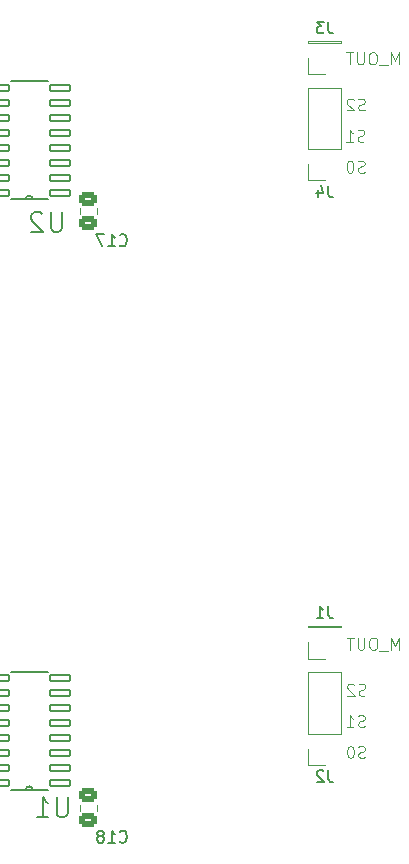
<source format=gbo>
%TF.GenerationSoftware,KiCad,Pcbnew,9.0.6*%
%TF.CreationDate,2025-11-15T09:42:16+01:00*%
%TF.ProjectId,mux_led_reed,6d75785f-6c65-4645-9f72-6565642e6b69,1*%
%TF.SameCoordinates,Original*%
%TF.FileFunction,Legend,Bot*%
%TF.FilePolarity,Positive*%
%FSLAX46Y46*%
G04 Gerber Fmt 4.6, Leading zero omitted, Abs format (unit mm)*
G04 Created by KiCad (PCBNEW 9.0.6) date 2025-11-15 09:42:16*
%MOMM*%
%LPD*%
G01*
G04 APERTURE LIST*
G04 Aperture macros list*
%AMRoundRect*
0 Rectangle with rounded corners*
0 $1 Rounding radius*
0 $2 $3 $4 $5 $6 $7 $8 $9 X,Y pos of 4 corners*
0 Add a 4 corners polygon primitive as box body*
4,1,4,$2,$3,$4,$5,$6,$7,$8,$9,$2,$3,0*
0 Add four circle primitives for the rounded corners*
1,1,$1+$1,$2,$3*
1,1,$1+$1,$4,$5*
1,1,$1+$1,$6,$7*
1,1,$1+$1,$8,$9*
0 Add four rect primitives between the rounded corners*
20,1,$1+$1,$2,$3,$4,$5,0*
20,1,$1+$1,$4,$5,$6,$7,0*
20,1,$1+$1,$6,$7,$8,$9,0*
20,1,$1+$1,$8,$9,$2,$3,0*%
G04 Aperture macros list end*
%ADD10C,0.100000*%
%ADD11C,0.150000*%
%ADD12C,0.120000*%
%ADD13C,0.152400*%
%ADD14C,1.800000*%
%ADD15R,1.700000X1.700000*%
%ADD16C,1.700000*%
%ADD17RoundRect,0.250000X-0.475000X0.337500X-0.475000X-0.337500X0.475000X-0.337500X0.475000X0.337500X0*%
%ADD18RoundRect,0.102000X-0.850900X-0.266700X0.850900X-0.266700X0.850900X0.266700X-0.850900X0.266700X0*%
G04 APERTURE END LIST*
D10*
X159022852Y-119209325D02*
X158879995Y-119256944D01*
X158879995Y-119256944D02*
X158641900Y-119256944D01*
X158641900Y-119256944D02*
X158546662Y-119209325D01*
X158546662Y-119209325D02*
X158499043Y-119161705D01*
X158499043Y-119161705D02*
X158451424Y-119066467D01*
X158451424Y-119066467D02*
X158451424Y-118971229D01*
X158451424Y-118971229D02*
X158499043Y-118875991D01*
X158499043Y-118875991D02*
X158546662Y-118828372D01*
X158546662Y-118828372D02*
X158641900Y-118780753D01*
X158641900Y-118780753D02*
X158832376Y-118733134D01*
X158832376Y-118733134D02*
X158927614Y-118685515D01*
X158927614Y-118685515D02*
X158975233Y-118637896D01*
X158975233Y-118637896D02*
X159022852Y-118542658D01*
X159022852Y-118542658D02*
X159022852Y-118447420D01*
X159022852Y-118447420D02*
X158975233Y-118352182D01*
X158975233Y-118352182D02*
X158927614Y-118304563D01*
X158927614Y-118304563D02*
X158832376Y-118256944D01*
X158832376Y-118256944D02*
X158594281Y-118256944D01*
X158594281Y-118256944D02*
X158451424Y-118304563D01*
X157499043Y-119256944D02*
X158070471Y-119256944D01*
X157784757Y-119256944D02*
X157784757Y-118256944D01*
X157784757Y-118256944D02*
X157879995Y-118399801D01*
X157879995Y-118399801D02*
X157975233Y-118495039D01*
X157975233Y-118495039D02*
X158070471Y-118542658D01*
X161901513Y-63135478D02*
X161901513Y-62135478D01*
X161901513Y-62135478D02*
X161568180Y-62849763D01*
X161568180Y-62849763D02*
X161234847Y-62135478D01*
X161234847Y-62135478D02*
X161234847Y-63135478D01*
X160996752Y-63230716D02*
X160234847Y-63230716D01*
X159806275Y-62135478D02*
X159615799Y-62135478D01*
X159615799Y-62135478D02*
X159520561Y-62183097D01*
X159520561Y-62183097D02*
X159425323Y-62278335D01*
X159425323Y-62278335D02*
X159377704Y-62468811D01*
X159377704Y-62468811D02*
X159377704Y-62802144D01*
X159377704Y-62802144D02*
X159425323Y-62992620D01*
X159425323Y-62992620D02*
X159520561Y-63087859D01*
X159520561Y-63087859D02*
X159615799Y-63135478D01*
X159615799Y-63135478D02*
X159806275Y-63135478D01*
X159806275Y-63135478D02*
X159901513Y-63087859D01*
X159901513Y-63087859D02*
X159996751Y-62992620D01*
X159996751Y-62992620D02*
X160044370Y-62802144D01*
X160044370Y-62802144D02*
X160044370Y-62468811D01*
X160044370Y-62468811D02*
X159996751Y-62278335D01*
X159996751Y-62278335D02*
X159901513Y-62183097D01*
X159901513Y-62183097D02*
X159806275Y-62135478D01*
X158949132Y-62135478D02*
X158949132Y-62945001D01*
X158949132Y-62945001D02*
X158901513Y-63040239D01*
X158901513Y-63040239D02*
X158853894Y-63087859D01*
X158853894Y-63087859D02*
X158758656Y-63135478D01*
X158758656Y-63135478D02*
X158568180Y-63135478D01*
X158568180Y-63135478D02*
X158472942Y-63087859D01*
X158472942Y-63087859D02*
X158425323Y-63040239D01*
X158425323Y-63040239D02*
X158377704Y-62945001D01*
X158377704Y-62945001D02*
X158377704Y-62135478D01*
X158044370Y-62135478D02*
X157472942Y-62135478D01*
X157758656Y-63135478D02*
X157758656Y-62135478D01*
X158984793Y-69649584D02*
X158841936Y-69697203D01*
X158841936Y-69697203D02*
X158603841Y-69697203D01*
X158603841Y-69697203D02*
X158508603Y-69649584D01*
X158508603Y-69649584D02*
X158460984Y-69601964D01*
X158460984Y-69601964D02*
X158413365Y-69506726D01*
X158413365Y-69506726D02*
X158413365Y-69411488D01*
X158413365Y-69411488D02*
X158460984Y-69316250D01*
X158460984Y-69316250D02*
X158508603Y-69268631D01*
X158508603Y-69268631D02*
X158603841Y-69221012D01*
X158603841Y-69221012D02*
X158794317Y-69173393D01*
X158794317Y-69173393D02*
X158889555Y-69125774D01*
X158889555Y-69125774D02*
X158937174Y-69078155D01*
X158937174Y-69078155D02*
X158984793Y-68982917D01*
X158984793Y-68982917D02*
X158984793Y-68887679D01*
X158984793Y-68887679D02*
X158937174Y-68792441D01*
X158937174Y-68792441D02*
X158889555Y-68744822D01*
X158889555Y-68744822D02*
X158794317Y-68697203D01*
X158794317Y-68697203D02*
X158556222Y-68697203D01*
X158556222Y-68697203D02*
X158413365Y-68744822D01*
X157460984Y-69697203D02*
X158032412Y-69697203D01*
X157746698Y-69697203D02*
X157746698Y-68697203D01*
X157746698Y-68697203D02*
X157841936Y-68840060D01*
X157841936Y-68840060D02*
X157937174Y-68935298D01*
X157937174Y-68935298D02*
X158032412Y-68982917D01*
X159009005Y-72264464D02*
X158866148Y-72312083D01*
X158866148Y-72312083D02*
X158628053Y-72312083D01*
X158628053Y-72312083D02*
X158532815Y-72264464D01*
X158532815Y-72264464D02*
X158485196Y-72216844D01*
X158485196Y-72216844D02*
X158437577Y-72121606D01*
X158437577Y-72121606D02*
X158437577Y-72026368D01*
X158437577Y-72026368D02*
X158485196Y-71931130D01*
X158485196Y-71931130D02*
X158532815Y-71883511D01*
X158532815Y-71883511D02*
X158628053Y-71835892D01*
X158628053Y-71835892D02*
X158818529Y-71788273D01*
X158818529Y-71788273D02*
X158913767Y-71740654D01*
X158913767Y-71740654D02*
X158961386Y-71693035D01*
X158961386Y-71693035D02*
X159009005Y-71597797D01*
X159009005Y-71597797D02*
X159009005Y-71502559D01*
X159009005Y-71502559D02*
X158961386Y-71407321D01*
X158961386Y-71407321D02*
X158913767Y-71359702D01*
X158913767Y-71359702D02*
X158818529Y-71312083D01*
X158818529Y-71312083D02*
X158580434Y-71312083D01*
X158580434Y-71312083D02*
X158437577Y-71359702D01*
X157818529Y-71312083D02*
X157723291Y-71312083D01*
X157723291Y-71312083D02*
X157628053Y-71359702D01*
X157628053Y-71359702D02*
X157580434Y-71407321D01*
X157580434Y-71407321D02*
X157532815Y-71502559D01*
X157532815Y-71502559D02*
X157485196Y-71693035D01*
X157485196Y-71693035D02*
X157485196Y-71931130D01*
X157485196Y-71931130D02*
X157532815Y-72121606D01*
X157532815Y-72121606D02*
X157580434Y-72216844D01*
X157580434Y-72216844D02*
X157628053Y-72264464D01*
X157628053Y-72264464D02*
X157723291Y-72312083D01*
X157723291Y-72312083D02*
X157818529Y-72312083D01*
X157818529Y-72312083D02*
X157913767Y-72264464D01*
X157913767Y-72264464D02*
X157961386Y-72216844D01*
X157961386Y-72216844D02*
X158009005Y-72121606D01*
X158009005Y-72121606D02*
X158056624Y-71931130D01*
X158056624Y-71931130D02*
X158056624Y-71693035D01*
X158056624Y-71693035D02*
X158009005Y-71502559D01*
X158009005Y-71502559D02*
X157961386Y-71407321D01*
X157961386Y-71407321D02*
X157913767Y-71359702D01*
X157913767Y-71359702D02*
X157818529Y-71312083D01*
X159033216Y-66998243D02*
X158890359Y-67045862D01*
X158890359Y-67045862D02*
X158652264Y-67045862D01*
X158652264Y-67045862D02*
X158557026Y-66998243D01*
X158557026Y-66998243D02*
X158509407Y-66950623D01*
X158509407Y-66950623D02*
X158461788Y-66855385D01*
X158461788Y-66855385D02*
X158461788Y-66760147D01*
X158461788Y-66760147D02*
X158509407Y-66664909D01*
X158509407Y-66664909D02*
X158557026Y-66617290D01*
X158557026Y-66617290D02*
X158652264Y-66569671D01*
X158652264Y-66569671D02*
X158842740Y-66522052D01*
X158842740Y-66522052D02*
X158937978Y-66474433D01*
X158937978Y-66474433D02*
X158985597Y-66426814D01*
X158985597Y-66426814D02*
X159033216Y-66331576D01*
X159033216Y-66331576D02*
X159033216Y-66236338D01*
X159033216Y-66236338D02*
X158985597Y-66141100D01*
X158985597Y-66141100D02*
X158937978Y-66093481D01*
X158937978Y-66093481D02*
X158842740Y-66045862D01*
X158842740Y-66045862D02*
X158604645Y-66045862D01*
X158604645Y-66045862D02*
X158461788Y-66093481D01*
X158080835Y-66141100D02*
X158033216Y-66093481D01*
X158033216Y-66093481D02*
X157937978Y-66045862D01*
X157937978Y-66045862D02*
X157699883Y-66045862D01*
X157699883Y-66045862D02*
X157604645Y-66093481D01*
X157604645Y-66093481D02*
X157557026Y-66141100D01*
X157557026Y-66141100D02*
X157509407Y-66236338D01*
X157509407Y-66236338D02*
X157509407Y-66331576D01*
X157509407Y-66331576D02*
X157557026Y-66474433D01*
X157557026Y-66474433D02*
X158128454Y-67045862D01*
X158128454Y-67045862D02*
X157509407Y-67045862D01*
X159047064Y-121824205D02*
X158904207Y-121871824D01*
X158904207Y-121871824D02*
X158666112Y-121871824D01*
X158666112Y-121871824D02*
X158570874Y-121824205D01*
X158570874Y-121824205D02*
X158523255Y-121776585D01*
X158523255Y-121776585D02*
X158475636Y-121681347D01*
X158475636Y-121681347D02*
X158475636Y-121586109D01*
X158475636Y-121586109D02*
X158523255Y-121490871D01*
X158523255Y-121490871D02*
X158570874Y-121443252D01*
X158570874Y-121443252D02*
X158666112Y-121395633D01*
X158666112Y-121395633D02*
X158856588Y-121348014D01*
X158856588Y-121348014D02*
X158951826Y-121300395D01*
X158951826Y-121300395D02*
X158999445Y-121252776D01*
X158999445Y-121252776D02*
X159047064Y-121157538D01*
X159047064Y-121157538D02*
X159047064Y-121062300D01*
X159047064Y-121062300D02*
X158999445Y-120967062D01*
X158999445Y-120967062D02*
X158951826Y-120919443D01*
X158951826Y-120919443D02*
X158856588Y-120871824D01*
X158856588Y-120871824D02*
X158618493Y-120871824D01*
X158618493Y-120871824D02*
X158475636Y-120919443D01*
X157856588Y-120871824D02*
X157761350Y-120871824D01*
X157761350Y-120871824D02*
X157666112Y-120919443D01*
X157666112Y-120919443D02*
X157618493Y-120967062D01*
X157618493Y-120967062D02*
X157570874Y-121062300D01*
X157570874Y-121062300D02*
X157523255Y-121252776D01*
X157523255Y-121252776D02*
X157523255Y-121490871D01*
X157523255Y-121490871D02*
X157570874Y-121681347D01*
X157570874Y-121681347D02*
X157618493Y-121776585D01*
X157618493Y-121776585D02*
X157666112Y-121824205D01*
X157666112Y-121824205D02*
X157761350Y-121871824D01*
X157761350Y-121871824D02*
X157856588Y-121871824D01*
X157856588Y-121871824D02*
X157951826Y-121824205D01*
X157951826Y-121824205D02*
X157999445Y-121776585D01*
X157999445Y-121776585D02*
X158047064Y-121681347D01*
X158047064Y-121681347D02*
X158094683Y-121490871D01*
X158094683Y-121490871D02*
X158094683Y-121252776D01*
X158094683Y-121252776D02*
X158047064Y-121062300D01*
X158047064Y-121062300D02*
X157999445Y-120967062D01*
X157999445Y-120967062D02*
X157951826Y-120919443D01*
X157951826Y-120919443D02*
X157856588Y-120871824D01*
X161939572Y-112695219D02*
X161939572Y-111695219D01*
X161939572Y-111695219D02*
X161606239Y-112409504D01*
X161606239Y-112409504D02*
X161272906Y-111695219D01*
X161272906Y-111695219D02*
X161272906Y-112695219D01*
X161034811Y-112790457D02*
X160272906Y-112790457D01*
X159844334Y-111695219D02*
X159653858Y-111695219D01*
X159653858Y-111695219D02*
X159558620Y-111742838D01*
X159558620Y-111742838D02*
X159463382Y-111838076D01*
X159463382Y-111838076D02*
X159415763Y-112028552D01*
X159415763Y-112028552D02*
X159415763Y-112361885D01*
X159415763Y-112361885D02*
X159463382Y-112552361D01*
X159463382Y-112552361D02*
X159558620Y-112647600D01*
X159558620Y-112647600D02*
X159653858Y-112695219D01*
X159653858Y-112695219D02*
X159844334Y-112695219D01*
X159844334Y-112695219D02*
X159939572Y-112647600D01*
X159939572Y-112647600D02*
X160034810Y-112552361D01*
X160034810Y-112552361D02*
X160082429Y-112361885D01*
X160082429Y-112361885D02*
X160082429Y-112028552D01*
X160082429Y-112028552D02*
X160034810Y-111838076D01*
X160034810Y-111838076D02*
X159939572Y-111742838D01*
X159939572Y-111742838D02*
X159844334Y-111695219D01*
X158987191Y-111695219D02*
X158987191Y-112504742D01*
X158987191Y-112504742D02*
X158939572Y-112599980D01*
X158939572Y-112599980D02*
X158891953Y-112647600D01*
X158891953Y-112647600D02*
X158796715Y-112695219D01*
X158796715Y-112695219D02*
X158606239Y-112695219D01*
X158606239Y-112695219D02*
X158511001Y-112647600D01*
X158511001Y-112647600D02*
X158463382Y-112599980D01*
X158463382Y-112599980D02*
X158415763Y-112504742D01*
X158415763Y-112504742D02*
X158415763Y-111695219D01*
X158082429Y-111695219D02*
X157511001Y-111695219D01*
X157796715Y-112695219D02*
X157796715Y-111695219D01*
X159071275Y-116557984D02*
X158928418Y-116605603D01*
X158928418Y-116605603D02*
X158690323Y-116605603D01*
X158690323Y-116605603D02*
X158595085Y-116557984D01*
X158595085Y-116557984D02*
X158547466Y-116510364D01*
X158547466Y-116510364D02*
X158499847Y-116415126D01*
X158499847Y-116415126D02*
X158499847Y-116319888D01*
X158499847Y-116319888D02*
X158547466Y-116224650D01*
X158547466Y-116224650D02*
X158595085Y-116177031D01*
X158595085Y-116177031D02*
X158690323Y-116129412D01*
X158690323Y-116129412D02*
X158880799Y-116081793D01*
X158880799Y-116081793D02*
X158976037Y-116034174D01*
X158976037Y-116034174D02*
X159023656Y-115986555D01*
X159023656Y-115986555D02*
X159071275Y-115891317D01*
X159071275Y-115891317D02*
X159071275Y-115796079D01*
X159071275Y-115796079D02*
X159023656Y-115700841D01*
X159023656Y-115700841D02*
X158976037Y-115653222D01*
X158976037Y-115653222D02*
X158880799Y-115605603D01*
X158880799Y-115605603D02*
X158642704Y-115605603D01*
X158642704Y-115605603D02*
X158499847Y-115653222D01*
X158118894Y-115700841D02*
X158071275Y-115653222D01*
X158071275Y-115653222D02*
X157976037Y-115605603D01*
X157976037Y-115605603D02*
X157737942Y-115605603D01*
X157737942Y-115605603D02*
X157642704Y-115653222D01*
X157642704Y-115653222D02*
X157595085Y-115700841D01*
X157595085Y-115700841D02*
X157547466Y-115796079D01*
X157547466Y-115796079D02*
X157547466Y-115891317D01*
X157547466Y-115891317D02*
X157595085Y-116034174D01*
X157595085Y-116034174D02*
X158166513Y-116605603D01*
X158166513Y-116605603D02*
X157547466Y-116605603D01*
D11*
X138262857Y-128939580D02*
X138310476Y-128987200D01*
X138310476Y-128987200D02*
X138453333Y-129034819D01*
X138453333Y-129034819D02*
X138548571Y-129034819D01*
X138548571Y-129034819D02*
X138691428Y-128987200D01*
X138691428Y-128987200D02*
X138786666Y-128891961D01*
X138786666Y-128891961D02*
X138834285Y-128796723D01*
X138834285Y-128796723D02*
X138881904Y-128606247D01*
X138881904Y-128606247D02*
X138881904Y-128463390D01*
X138881904Y-128463390D02*
X138834285Y-128272914D01*
X138834285Y-128272914D02*
X138786666Y-128177676D01*
X138786666Y-128177676D02*
X138691428Y-128082438D01*
X138691428Y-128082438D02*
X138548571Y-128034819D01*
X138548571Y-128034819D02*
X138453333Y-128034819D01*
X138453333Y-128034819D02*
X138310476Y-128082438D01*
X138310476Y-128082438D02*
X138262857Y-128130057D01*
X137310476Y-129034819D02*
X137881904Y-129034819D01*
X137596190Y-129034819D02*
X137596190Y-128034819D01*
X137596190Y-128034819D02*
X137691428Y-128177676D01*
X137691428Y-128177676D02*
X137786666Y-128272914D01*
X137786666Y-128272914D02*
X137881904Y-128320533D01*
X136739047Y-128463390D02*
X136834285Y-128415771D01*
X136834285Y-128415771D02*
X136881904Y-128368152D01*
X136881904Y-128368152D02*
X136929523Y-128272914D01*
X136929523Y-128272914D02*
X136929523Y-128225295D01*
X136929523Y-128225295D02*
X136881904Y-128130057D01*
X136881904Y-128130057D02*
X136834285Y-128082438D01*
X136834285Y-128082438D02*
X136739047Y-128034819D01*
X136739047Y-128034819D02*
X136548571Y-128034819D01*
X136548571Y-128034819D02*
X136453333Y-128082438D01*
X136453333Y-128082438D02*
X136405714Y-128130057D01*
X136405714Y-128130057D02*
X136358095Y-128225295D01*
X136358095Y-128225295D02*
X136358095Y-128272914D01*
X136358095Y-128272914D02*
X136405714Y-128368152D01*
X136405714Y-128368152D02*
X136453333Y-128415771D01*
X136453333Y-128415771D02*
X136548571Y-128463390D01*
X136548571Y-128463390D02*
X136739047Y-128463390D01*
X136739047Y-128463390D02*
X136834285Y-128511009D01*
X136834285Y-128511009D02*
X136881904Y-128558628D01*
X136881904Y-128558628D02*
X136929523Y-128653866D01*
X136929523Y-128653866D02*
X136929523Y-128844342D01*
X136929523Y-128844342D02*
X136881904Y-128939580D01*
X136881904Y-128939580D02*
X136834285Y-128987200D01*
X136834285Y-128987200D02*
X136739047Y-129034819D01*
X136739047Y-129034819D02*
X136548571Y-129034819D01*
X136548571Y-129034819D02*
X136453333Y-128987200D01*
X136453333Y-128987200D02*
X136405714Y-128939580D01*
X136405714Y-128939580D02*
X136358095Y-128844342D01*
X136358095Y-128844342D02*
X136358095Y-128653866D01*
X136358095Y-128653866D02*
X136405714Y-128558628D01*
X136405714Y-128558628D02*
X136453333Y-128511009D01*
X136453333Y-128511009D02*
X136548571Y-128463390D01*
X155953333Y-109034819D02*
X155953333Y-109749104D01*
X155953333Y-109749104D02*
X156000952Y-109891961D01*
X156000952Y-109891961D02*
X156096190Y-109987200D01*
X156096190Y-109987200D02*
X156239047Y-110034819D01*
X156239047Y-110034819D02*
X156334285Y-110034819D01*
X154953333Y-110034819D02*
X155524761Y-110034819D01*
X155239047Y-110034819D02*
X155239047Y-109034819D01*
X155239047Y-109034819D02*
X155334285Y-109177676D01*
X155334285Y-109177676D02*
X155429523Y-109272914D01*
X155429523Y-109272914D02*
X155524761Y-109320533D01*
X133870381Y-125190290D02*
X133870381Y-126518821D01*
X133870381Y-126518821D02*
X133792232Y-126675119D01*
X133792232Y-126675119D02*
X133714084Y-126753268D01*
X133714084Y-126753268D02*
X133557786Y-126831416D01*
X133557786Y-126831416D02*
X133245190Y-126831416D01*
X133245190Y-126831416D02*
X133088893Y-126753268D01*
X133088893Y-126753268D02*
X133010744Y-126675119D01*
X133010744Y-126675119D02*
X132932595Y-126518821D01*
X132932595Y-126518821D02*
X132932595Y-125190290D01*
X131291469Y-126831416D02*
X132229255Y-126831416D01*
X131760362Y-126831416D02*
X131760362Y-125190290D01*
X131760362Y-125190290D02*
X131916660Y-125424737D01*
X131916660Y-125424737D02*
X132072957Y-125581035D01*
X132072957Y-125581035D02*
X132229255Y-125659184D01*
X138262857Y-78439580D02*
X138310476Y-78487200D01*
X138310476Y-78487200D02*
X138453333Y-78534819D01*
X138453333Y-78534819D02*
X138548571Y-78534819D01*
X138548571Y-78534819D02*
X138691428Y-78487200D01*
X138691428Y-78487200D02*
X138786666Y-78391961D01*
X138786666Y-78391961D02*
X138834285Y-78296723D01*
X138834285Y-78296723D02*
X138881904Y-78106247D01*
X138881904Y-78106247D02*
X138881904Y-77963390D01*
X138881904Y-77963390D02*
X138834285Y-77772914D01*
X138834285Y-77772914D02*
X138786666Y-77677676D01*
X138786666Y-77677676D02*
X138691428Y-77582438D01*
X138691428Y-77582438D02*
X138548571Y-77534819D01*
X138548571Y-77534819D02*
X138453333Y-77534819D01*
X138453333Y-77534819D02*
X138310476Y-77582438D01*
X138310476Y-77582438D02*
X138262857Y-77630057D01*
X137310476Y-78534819D02*
X137881904Y-78534819D01*
X137596190Y-78534819D02*
X137596190Y-77534819D01*
X137596190Y-77534819D02*
X137691428Y-77677676D01*
X137691428Y-77677676D02*
X137786666Y-77772914D01*
X137786666Y-77772914D02*
X137881904Y-77820533D01*
X136977142Y-77534819D02*
X136310476Y-77534819D01*
X136310476Y-77534819D02*
X136739047Y-78534819D01*
X155953333Y-122914819D02*
X155953333Y-123629104D01*
X155953333Y-123629104D02*
X156000952Y-123771961D01*
X156000952Y-123771961D02*
X156096190Y-123867200D01*
X156096190Y-123867200D02*
X156239047Y-123914819D01*
X156239047Y-123914819D02*
X156334285Y-123914819D01*
X155524761Y-123010057D02*
X155477142Y-122962438D01*
X155477142Y-122962438D02*
X155381904Y-122914819D01*
X155381904Y-122914819D02*
X155143809Y-122914819D01*
X155143809Y-122914819D02*
X155048571Y-122962438D01*
X155048571Y-122962438D02*
X155000952Y-123010057D01*
X155000952Y-123010057D02*
X154953333Y-123105295D01*
X154953333Y-123105295D02*
X154953333Y-123200533D01*
X154953333Y-123200533D02*
X155000952Y-123343390D01*
X155000952Y-123343390D02*
X155572380Y-123914819D01*
X155572380Y-123914819D02*
X154953333Y-123914819D01*
X155953333Y-73414819D02*
X155953333Y-74129104D01*
X155953333Y-74129104D02*
X156000952Y-74271961D01*
X156000952Y-74271961D02*
X156096190Y-74367200D01*
X156096190Y-74367200D02*
X156239047Y-74414819D01*
X156239047Y-74414819D02*
X156334285Y-74414819D01*
X155048571Y-73748152D02*
X155048571Y-74414819D01*
X155286666Y-73367200D02*
X155524761Y-74081485D01*
X155524761Y-74081485D02*
X154905714Y-74081485D01*
X155953333Y-59534819D02*
X155953333Y-60249104D01*
X155953333Y-60249104D02*
X156000952Y-60391961D01*
X156000952Y-60391961D02*
X156096190Y-60487200D01*
X156096190Y-60487200D02*
X156239047Y-60534819D01*
X156239047Y-60534819D02*
X156334285Y-60534819D01*
X155572380Y-59534819D02*
X154953333Y-59534819D01*
X154953333Y-59534819D02*
X155286666Y-59915771D01*
X155286666Y-59915771D02*
X155143809Y-59915771D01*
X155143809Y-59915771D02*
X155048571Y-59963390D01*
X155048571Y-59963390D02*
X155000952Y-60011009D01*
X155000952Y-60011009D02*
X154953333Y-60106247D01*
X154953333Y-60106247D02*
X154953333Y-60344342D01*
X154953333Y-60344342D02*
X155000952Y-60439580D01*
X155000952Y-60439580D02*
X155048571Y-60487200D01*
X155048571Y-60487200D02*
X155143809Y-60534819D01*
X155143809Y-60534819D02*
X155429523Y-60534819D01*
X155429523Y-60534819D02*
X155524761Y-60487200D01*
X155524761Y-60487200D02*
X155572380Y-60439580D01*
X133370381Y-75690290D02*
X133370381Y-77018821D01*
X133370381Y-77018821D02*
X133292232Y-77175119D01*
X133292232Y-77175119D02*
X133214084Y-77253268D01*
X133214084Y-77253268D02*
X133057786Y-77331416D01*
X133057786Y-77331416D02*
X132745190Y-77331416D01*
X132745190Y-77331416D02*
X132588893Y-77253268D01*
X132588893Y-77253268D02*
X132510744Y-77175119D01*
X132510744Y-77175119D02*
X132432595Y-77018821D01*
X132432595Y-77018821D02*
X132432595Y-75690290D01*
X131729255Y-75846588D02*
X131651106Y-75768439D01*
X131651106Y-75768439D02*
X131494809Y-75690290D01*
X131494809Y-75690290D02*
X131104064Y-75690290D01*
X131104064Y-75690290D02*
X130947767Y-75768439D01*
X130947767Y-75768439D02*
X130869618Y-75846588D01*
X130869618Y-75846588D02*
X130791469Y-76002886D01*
X130791469Y-76002886D02*
X130791469Y-76159184D01*
X130791469Y-76159184D02*
X130869618Y-76393630D01*
X130869618Y-76393630D02*
X131807404Y-77331416D01*
X131807404Y-77331416D02*
X130791469Y-77331416D01*
D12*
%TO.C,C18*%
X134885000Y-125818748D02*
X134885000Y-126341252D01*
X136355000Y-125818748D02*
X136355000Y-126341252D01*
%TO.C,J1*%
X154240000Y-110700000D02*
X157000000Y-110700000D01*
X154240000Y-110810000D02*
X154240000Y-110700000D01*
X154240000Y-110810000D02*
X157000000Y-110810000D01*
X154240000Y-112080000D02*
X154240000Y-113460000D01*
X154240000Y-113460000D02*
X155620000Y-113460000D01*
X157000000Y-110810000D02*
X157000000Y-110700000D01*
D13*
%TO.C,U1*%
X129045200Y-114576200D02*
X132194800Y-114576200D01*
X130315200Y-124583800D02*
X129045200Y-124583800D01*
X130924800Y-124583800D02*
X130315200Y-124583800D01*
X132194800Y-124583800D02*
X130924800Y-124583800D01*
X130315200Y-124583800D02*
G75*
G02*
X130924800Y-124583800I304800J0D01*
G01*
D12*
%TO.C,C17*%
X134885000Y-75318748D02*
X134885000Y-75841252D01*
X136355000Y-75318748D02*
X136355000Y-75841252D01*
%TO.C,J2*%
X154240000Y-114620000D02*
X157000000Y-114620000D01*
X154240000Y-119810000D02*
X154240000Y-114620000D01*
X154240000Y-119810000D02*
X157000000Y-119810000D01*
X154240000Y-121080000D02*
X154240000Y-122460000D01*
X154240000Y-122460000D02*
X155620000Y-122460000D01*
X157000000Y-119810000D02*
X157000000Y-114620000D01*
%TO.C,J4*%
X154240000Y-65120000D02*
X157000000Y-65120000D01*
X154240000Y-70310000D02*
X154240000Y-65120000D01*
X154240000Y-70310000D02*
X157000000Y-70310000D01*
X154240000Y-71580000D02*
X154240000Y-72960000D01*
X154240000Y-72960000D02*
X155620000Y-72960000D01*
X157000000Y-70310000D02*
X157000000Y-65120000D01*
%TO.C,J3*%
X154240000Y-61200000D02*
X157000000Y-61200000D01*
X154240000Y-61310000D02*
X154240000Y-61200000D01*
X154240000Y-61310000D02*
X157000000Y-61310000D01*
X154240000Y-62580000D02*
X154240000Y-63960000D01*
X154240000Y-63960000D02*
X155620000Y-63960000D01*
X157000000Y-61310000D02*
X157000000Y-61200000D01*
D13*
%TO.C,U2*%
X129045200Y-64576200D02*
X132194800Y-64576200D01*
X130315200Y-74583800D02*
X129045200Y-74583800D01*
X130924800Y-74583800D02*
X130315200Y-74583800D01*
X132194800Y-74583800D02*
X130924800Y-74583800D01*
X130315200Y-74583800D02*
G75*
G02*
X130924800Y-74583800I304800J0D01*
G01*
%TD*%
%LPC*%
D14*
%TO.C,SW9*%
X93120000Y-75080000D03*
X93120000Y-89080000D03*
%TD*%
%TO.C,SW15*%
X118120000Y-64080000D03*
X118120000Y-50080000D03*
%TD*%
D15*
%TO.C,J6*%
X161100000Y-140360000D03*
D16*
X158560000Y-140360000D03*
X156020000Y-140360000D03*
X153480000Y-140360000D03*
%TD*%
D14*
%TO.C,SW3*%
X143120000Y-125080000D03*
X143120000Y-139080000D03*
%TD*%
D15*
%TO.C,J8*%
X136140000Y-48820000D03*
D16*
X133600000Y-48820000D03*
X131060000Y-48820000D03*
X128520000Y-48820000D03*
%TD*%
D14*
%TO.C,SW1*%
X93120000Y-125080000D03*
X93120000Y-139080000D03*
%TD*%
%TO.C,SW14*%
X143120000Y-64080000D03*
X143120000Y-50080000D03*
%TD*%
D15*
%TO.C,J11*%
X176420000Y-73400000D03*
D16*
X176420000Y-70860000D03*
X176420000Y-68320000D03*
X176420000Y-65780000D03*
%TD*%
D14*
%TO.C,SW5*%
X168120000Y-114080000D03*
X168120000Y-100080000D03*
%TD*%
D15*
%TO.C,J10*%
X84820000Y-98400000D03*
D16*
X84820000Y-95860000D03*
X84820000Y-93320000D03*
X84820000Y-90780000D03*
%TD*%
D14*
%TO.C,SW10*%
X118120000Y-75080000D03*
X118120000Y-89080000D03*
%TD*%
%TO.C,SW2*%
X118120000Y-125080000D03*
X118120000Y-139080000D03*
%TD*%
%TO.C,SW16*%
X93120000Y-64080000D03*
X93120000Y-50080000D03*
%TD*%
D15*
%TO.C,J5*%
X136140000Y-140370000D03*
D16*
X133600000Y-140370000D03*
X131060000Y-140370000D03*
X128520000Y-140370000D03*
%TD*%
D14*
%TO.C,SW13*%
X168120000Y-64080000D03*
X168120000Y-50080000D03*
%TD*%
%TO.C,SW7*%
X118120000Y-114080000D03*
X118120000Y-100080000D03*
%TD*%
%TO.C,SW4*%
X168120000Y-125080000D03*
X168120000Y-139080000D03*
%TD*%
%TO.C,SW6*%
X143120000Y-114080000D03*
X143120000Y-100080000D03*
%TD*%
D15*
%TO.C,J9*%
X84755000Y-73400000D03*
D16*
X84755000Y-70860000D03*
X84755000Y-68320000D03*
X84755000Y-65780000D03*
%TD*%
D15*
%TO.C,J7*%
X161100000Y-48820000D03*
D16*
X158560000Y-48820000D03*
X156020000Y-48820000D03*
X153480000Y-48820000D03*
%TD*%
D14*
%TO.C,SW11*%
X143120000Y-75080000D03*
X143120000Y-89080000D03*
%TD*%
%TO.C,SW8*%
X93120000Y-114080000D03*
X93120000Y-100080000D03*
%TD*%
%TO.C,SW12*%
X168120000Y-75080000D03*
X168120000Y-89080000D03*
%TD*%
D15*
%TO.C,J12*%
X176420000Y-98400000D03*
D16*
X176420000Y-95860000D03*
X176420000Y-93320000D03*
X176420000Y-90780000D03*
%TD*%
D17*
%TO.C,C18*%
X135620000Y-125042500D03*
X135620000Y-127117500D03*
%TD*%
D15*
%TO.C,J1*%
X155620000Y-112080000D03*
%TD*%
D18*
%TO.C,U1*%
X128029200Y-124025000D03*
X128029200Y-122755000D03*
X128029200Y-121485000D03*
X128029200Y-120215000D03*
X128029200Y-118945000D03*
X128029200Y-117675000D03*
X128029200Y-116405000D03*
X128029200Y-115135000D03*
X133210800Y-115135000D03*
X133210800Y-116405000D03*
X133210800Y-117675000D03*
X133210800Y-118945000D03*
X133210800Y-120215000D03*
X133210800Y-121485000D03*
X133210800Y-122755000D03*
X133210800Y-124025000D03*
%TD*%
D17*
%TO.C,C17*%
X135620000Y-74542500D03*
X135620000Y-76617500D03*
%TD*%
D15*
%TO.C,J2*%
X155620000Y-121080000D03*
D16*
X155620000Y-118540000D03*
X155620000Y-116000000D03*
%TD*%
D15*
%TO.C,J4*%
X155620000Y-71580000D03*
D16*
X155620000Y-69040000D03*
X155620000Y-66500000D03*
%TD*%
D15*
%TO.C,J3*%
X155620000Y-62580000D03*
%TD*%
D18*
%TO.C,U2*%
X128029200Y-74025000D03*
X128029200Y-72755000D03*
X128029200Y-71485000D03*
X128029200Y-70215000D03*
X128029200Y-68945000D03*
X128029200Y-67675000D03*
X128029200Y-66405000D03*
X128029200Y-65135000D03*
X133210800Y-65135000D03*
X133210800Y-66405000D03*
X133210800Y-67675000D03*
X133210800Y-68945000D03*
X133210800Y-70215000D03*
X133210800Y-71485000D03*
X133210800Y-72755000D03*
X133210800Y-74025000D03*
%TD*%
%LPD*%
M02*

</source>
